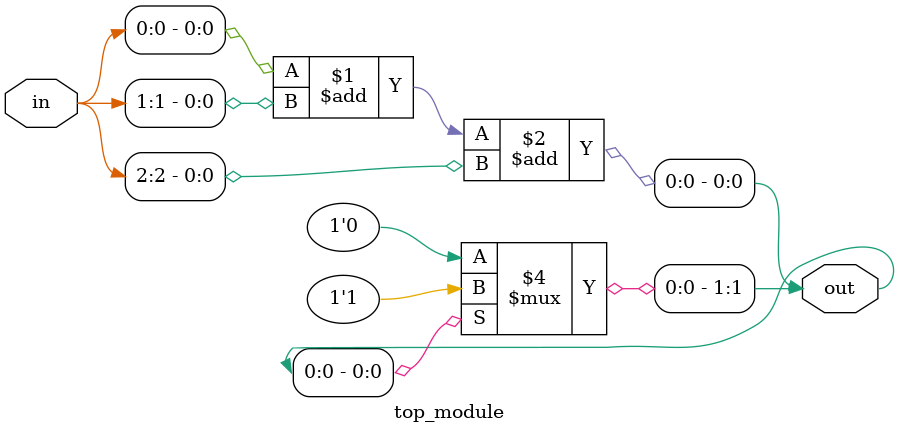
<source format=sv>
module top_module (
	input [2:0] in,
	output [1:0] out
);

	assign out[0] = in[0] + in[1] + in[2]; // Add all bits
	assign out[1] = out[0] == 3'b000 ? 1'b0 : 1'b1; // Check if all bits are '0's
endmodule

</source>
